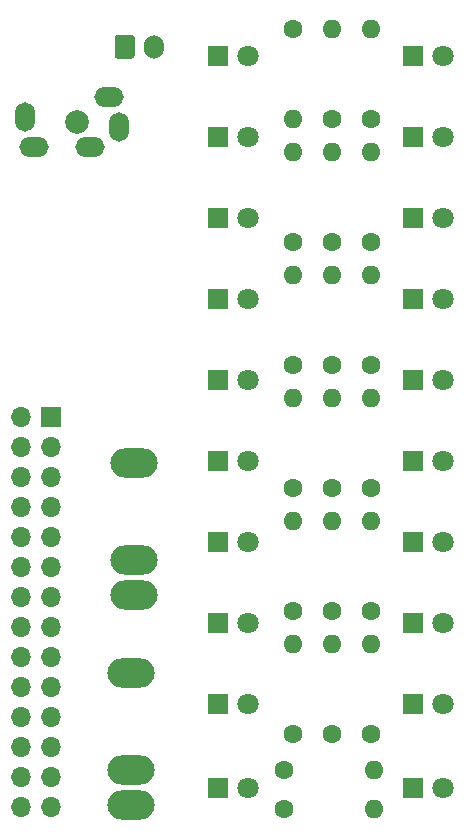
<source format=gbr>
%TF.GenerationSoftware,KiCad,Pcbnew,(5.1.10)-1*%
%TF.CreationDate,2022-02-04T18:43:22-05:00*%
%TF.ProjectId,OutputBoard_2,4f757470-7574-4426-9f61-72645f322e6b,rev?*%
%TF.SameCoordinates,Original*%
%TF.FileFunction,Soldermask,Top*%
%TF.FilePolarity,Negative*%
%FSLAX46Y46*%
G04 Gerber Fmt 4.6, Leading zero omitted, Abs format (unit mm)*
G04 Created by KiCad (PCBNEW (5.1.10)-1) date 2022-02-04 18:43:22*
%MOMM*%
%LPD*%
G01*
G04 APERTURE LIST*
%ADD10C,2.000000*%
%ADD11O,1.700000X2.500000*%
%ADD12O,2.500000X1.700000*%
%ADD13C,1.800000*%
%ADD14R,1.800000X1.800000*%
%ADD15O,4.000000X2.500000*%
%ADD16O,1.600000X1.600000*%
%ADD17C,1.600000*%
%ADD18R,1.700000X1.700000*%
%ADD19O,1.700000X1.700000*%
%ADD20O,1.700000X2.000000*%
G04 APERTURE END LIST*
D10*
%TO.C,J2*%
X62230000Y-58674000D03*
D11*
X65780000Y-59074000D03*
D12*
X63330000Y-60799000D03*
D11*
X57880000Y-58274000D03*
D12*
X58630000Y-60799000D03*
X64930000Y-56549000D03*
%TD*%
D13*
%TO.C,D1*%
X93218000Y-53086000D03*
D14*
X90678000Y-53086000D03*
%TD*%
%TO.C,D2*%
X90678000Y-59944000D03*
D13*
X93218000Y-59944000D03*
%TD*%
%TO.C,D3*%
X93218000Y-66802000D03*
D14*
X90678000Y-66802000D03*
%TD*%
%TO.C,D4*%
X90678000Y-73660000D03*
D13*
X93218000Y-73660000D03*
%TD*%
%TO.C,D5*%
X93218000Y-80518000D03*
D14*
X90678000Y-80518000D03*
%TD*%
%TO.C,D6*%
X90678000Y-87376000D03*
D13*
X93218000Y-87376000D03*
%TD*%
%TO.C,D7*%
X93218000Y-94234000D03*
D14*
X90678000Y-94234000D03*
%TD*%
%TO.C,D8*%
X90678000Y-101092000D03*
D13*
X93218000Y-101092000D03*
%TD*%
%TO.C,D9*%
X93218000Y-107950000D03*
D14*
X90678000Y-107950000D03*
%TD*%
%TO.C,D10*%
X90678000Y-115062000D03*
D13*
X93218000Y-115062000D03*
%TD*%
%TO.C,D11*%
X76708000Y-53086000D03*
D14*
X74168000Y-53086000D03*
%TD*%
%TO.C,D12*%
X74168000Y-59944000D03*
D13*
X76708000Y-59944000D03*
%TD*%
%TO.C,D13*%
X76708000Y-66802000D03*
D14*
X74168000Y-66802000D03*
%TD*%
D13*
%TO.C,D14*%
X76708000Y-73660000D03*
D14*
X74168000Y-73660000D03*
%TD*%
D13*
%TO.C,D15*%
X76708000Y-80518000D03*
D14*
X74168000Y-80518000D03*
%TD*%
%TO.C,D16*%
X74168000Y-87376000D03*
D13*
X76708000Y-87376000D03*
%TD*%
D14*
%TO.C,D17*%
X74168000Y-94234000D03*
D13*
X76708000Y-94234000D03*
%TD*%
D14*
%TO.C,D18*%
X74168000Y-101092000D03*
D13*
X76708000Y-101092000D03*
%TD*%
%TO.C,D19*%
X76708000Y-107950000D03*
D14*
X74168000Y-107950000D03*
%TD*%
%TO.C,D20*%
X74168000Y-115062000D03*
D13*
X76708000Y-115062000D03*
%TD*%
D15*
%TO.C,J3*%
X67056000Y-87558000D03*
X67056000Y-95758000D03*
X67056000Y-98758000D03*
%TD*%
%TO.C,J4*%
X66802000Y-116538000D03*
X66802000Y-113538000D03*
X66802000Y-105338000D03*
%TD*%
D16*
%TO.C,R1*%
X80518000Y-58420000D03*
D17*
X80518000Y-50800000D03*
%TD*%
%TO.C,R2*%
X83820000Y-58420000D03*
D16*
X83820000Y-50800000D03*
%TD*%
%TO.C,R3*%
X87122000Y-50800000D03*
D17*
X87122000Y-58420000D03*
%TD*%
D16*
%TO.C,R4*%
X80518000Y-61214000D03*
D17*
X80518000Y-68834000D03*
%TD*%
%TO.C,R5*%
X83820000Y-68834000D03*
D16*
X83820000Y-61214000D03*
%TD*%
D17*
%TO.C,R6*%
X87122000Y-68834000D03*
D16*
X87122000Y-61214000D03*
%TD*%
%TO.C,R7*%
X80518000Y-71628000D03*
D17*
X80518000Y-79248000D03*
%TD*%
%TO.C,R8*%
X83820000Y-79248000D03*
D16*
X83820000Y-71628000D03*
%TD*%
%TO.C,R9*%
X87122000Y-71628000D03*
D17*
X87122000Y-79248000D03*
%TD*%
D16*
%TO.C,R10*%
X80518000Y-82042000D03*
D17*
X80518000Y-89662000D03*
%TD*%
%TO.C,R11*%
X83820000Y-89662000D03*
D16*
X83820000Y-82042000D03*
%TD*%
D17*
%TO.C,R12*%
X87122000Y-89662000D03*
D16*
X87122000Y-82042000D03*
%TD*%
%TO.C,R13*%
X80518000Y-92456000D03*
D17*
X80518000Y-100076000D03*
%TD*%
D16*
%TO.C,R14*%
X83820000Y-92456000D03*
D17*
X83820000Y-100076000D03*
%TD*%
%TO.C,R15*%
X87122000Y-100076000D03*
D16*
X87122000Y-92456000D03*
%TD*%
%TO.C,R16*%
X80518000Y-102870000D03*
D17*
X80518000Y-110490000D03*
%TD*%
%TO.C,R17*%
X83820000Y-110490000D03*
D16*
X83820000Y-102870000D03*
%TD*%
D17*
%TO.C,R18*%
X87122000Y-110490000D03*
D16*
X87122000Y-102870000D03*
%TD*%
%TO.C,R19*%
X87376000Y-113538000D03*
D17*
X79756000Y-113538000D03*
%TD*%
%TO.C,R20*%
X79756000Y-116840000D03*
D16*
X87376000Y-116840000D03*
%TD*%
D18*
%TO.C,J1*%
X60060000Y-83660000D03*
D19*
X57520000Y-83660000D03*
X60060000Y-86200000D03*
X57520000Y-86200000D03*
X60060000Y-88740000D03*
X57520000Y-88740000D03*
X60060000Y-91280000D03*
X57520000Y-91280000D03*
X60060000Y-93820000D03*
X57520000Y-93820000D03*
X60060000Y-96360000D03*
X57520000Y-96360000D03*
X60060000Y-98900000D03*
X57520000Y-98900000D03*
X60060000Y-101440000D03*
X57520000Y-101440000D03*
X60060000Y-103980000D03*
X57520000Y-103980000D03*
X60060000Y-106520000D03*
X57520000Y-106520000D03*
X60060000Y-109060000D03*
X57520000Y-109060000D03*
X60060000Y-111600000D03*
X57520000Y-111600000D03*
X60060000Y-114140000D03*
X57520000Y-114140000D03*
X60060000Y-116680000D03*
X57520000Y-116680000D03*
%TD*%
%TO.C,J5*%
G36*
G01*
X65444000Y-53074000D02*
X65444000Y-51574000D01*
G75*
G02*
X65694000Y-51324000I250000J0D01*
G01*
X66894000Y-51324000D01*
G75*
G02*
X67144000Y-51574000I0J-250000D01*
G01*
X67144000Y-53074000D01*
G75*
G02*
X66894000Y-53324000I-250000J0D01*
G01*
X65694000Y-53324000D01*
G75*
G02*
X65444000Y-53074000I0J250000D01*
G01*
G37*
D20*
X68794000Y-52324000D03*
%TD*%
M02*

</source>
